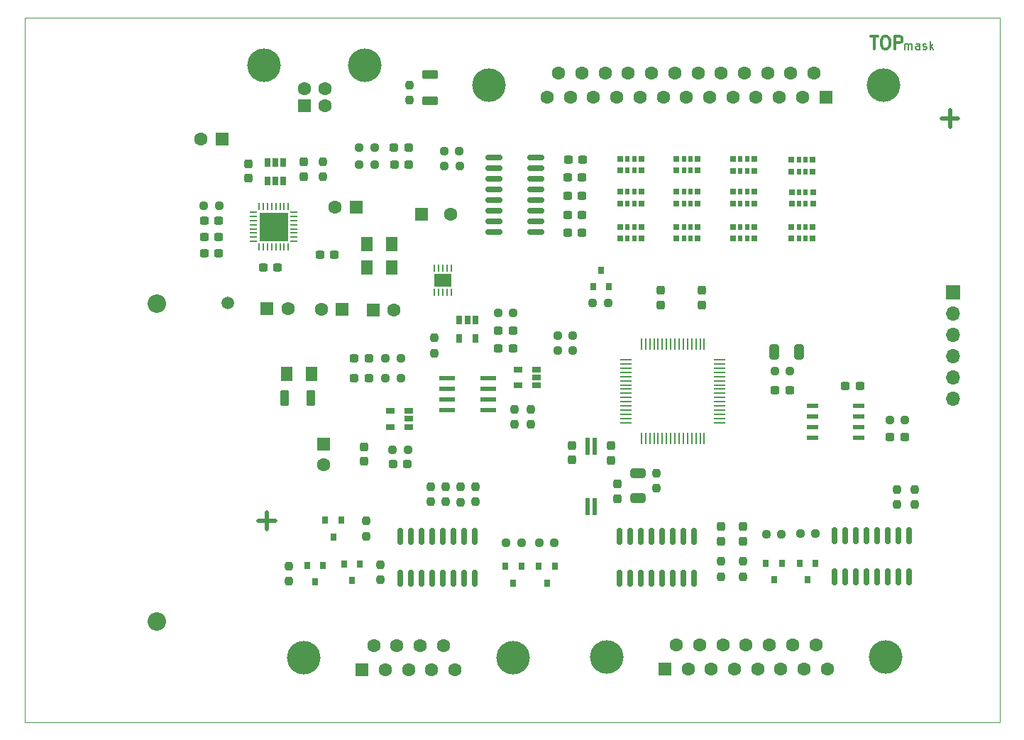
<source format=gbr>
%TF.GenerationSoftware,KiCad,Pcbnew,(6.0.0)*%
%TF.CreationDate,2022-01-24T11:23:06-03:00*%
%TF.ProjectId,HLI-M,484c492d-4d2e-46b6-9963-61645f706362,rev?*%
%TF.SameCoordinates,Original*%
%TF.FileFunction,Soldermask,Top*%
%TF.FilePolarity,Negative*%
%FSLAX46Y46*%
G04 Gerber Fmt 4.6, Leading zero omitted, Abs format (unit mm)*
G04 Created by KiCad (PCBNEW (6.0.0)) date 2022-01-24 11:23:06*
%MOMM*%
%LPD*%
G01*
G04 APERTURE LIST*
G04 Aperture macros list*
%AMRoundRect*
0 Rectangle with rounded corners*
0 $1 Rounding radius*
0 $2 $3 $4 $5 $6 $7 $8 $9 X,Y pos of 4 corners*
0 Add a 4 corners polygon primitive as box body*
4,1,4,$2,$3,$4,$5,$6,$7,$8,$9,$2,$3,0*
0 Add four circle primitives for the rounded corners*
1,1,$1+$1,$2,$3*
1,1,$1+$1,$4,$5*
1,1,$1+$1,$6,$7*
1,1,$1+$1,$8,$9*
0 Add four rect primitives between the rounded corners*
20,1,$1+$1,$2,$3,$4,$5,0*
20,1,$1+$1,$4,$5,$6,$7,0*
20,1,$1+$1,$6,$7,$8,$9,0*
20,1,$1+$1,$8,$9,$2,$3,0*%
G04 Aperture macros list end*
%ADD10C,0.500000*%
%TA.AperFunction,Profile*%
%ADD11C,0.050000*%
%TD*%
%ADD12C,0.150000*%
%ADD13C,0.300000*%
%ADD14RoundRect,0.237500X0.300000X0.237500X-0.300000X0.237500X-0.300000X-0.237500X0.300000X-0.237500X0*%
%ADD15RoundRect,0.237500X-0.300000X-0.237500X0.300000X-0.237500X0.300000X0.237500X-0.300000X0.237500X0*%
%ADD16RoundRect,0.237500X0.237500X-0.300000X0.237500X0.300000X-0.237500X0.300000X-0.237500X-0.300000X0*%
%ADD17RoundRect,0.237500X-0.237500X0.300000X-0.237500X-0.300000X0.237500X-0.300000X0.237500X0.300000X0*%
%ADD18RoundRect,0.250000X-0.325000X-0.650000X0.325000X-0.650000X0.325000X0.650000X-0.325000X0.650000X0*%
%ADD19RoundRect,0.250000X-0.650000X0.325000X-0.650000X-0.325000X0.650000X-0.325000X0.650000X0.325000X0*%
%ADD20R,0.640000X0.700000*%
%ADD21R,0.500000X0.700000*%
%ADD22RoundRect,0.237500X0.287500X0.237500X-0.287500X0.237500X-0.287500X-0.237500X0.287500X-0.237500X0*%
%ADD23RoundRect,0.250001X-0.462499X-0.624999X0.462499X-0.624999X0.462499X0.624999X-0.462499X0.624999X0*%
%ADD24RoundRect,0.237500X-0.287500X-0.237500X0.287500X-0.237500X0.287500X0.237500X-0.287500X0.237500X0*%
%ADD25RoundRect,0.237500X-0.237500X0.287500X-0.237500X-0.287500X0.237500X-0.287500X0.237500X0.287500X0*%
%ADD26RoundRect,0.250000X0.275000X0.700000X-0.275000X0.700000X-0.275000X-0.700000X0.275000X-0.700000X0*%
%ADD27RoundRect,0.250000X-0.700000X0.275000X-0.700000X-0.275000X0.700000X-0.275000X0.700000X0.275000X0*%
%ADD28C,4.000000*%
%ADD29R,1.600000X1.600000*%
%ADD30C,1.600000*%
%ADD31R,1.700000X1.700000*%
%ADD32O,1.700000X1.700000*%
%ADD33R,0.800000X0.900000*%
%ADD34RoundRect,0.237500X-0.237500X0.250000X-0.237500X-0.250000X0.237500X-0.250000X0.237500X0.250000X0*%
%ADD35RoundRect,0.237500X0.250000X0.237500X-0.250000X0.237500X-0.250000X-0.237500X0.250000X-0.237500X0*%
%ADD36RoundRect,0.237500X-0.250000X-0.237500X0.250000X-0.237500X0.250000X0.237500X-0.250000X0.237500X0*%
%ADD37RoundRect,0.237500X0.237500X-0.250000X0.237500X0.250000X-0.237500X0.250000X-0.237500X-0.250000X0*%
%ADD38R,1.473200X0.279400*%
%ADD39R,0.279400X1.473200*%
%ADD40R,0.650000X1.060000*%
%ADD41RoundRect,0.062500X0.375000X0.062500X-0.375000X0.062500X-0.375000X-0.062500X0.375000X-0.062500X0*%
%ADD42RoundRect,0.062500X0.062500X0.375000X-0.062500X0.375000X-0.062500X-0.375000X0.062500X-0.375000X0*%
%ADD43R,3.450000X3.450000*%
%ADD44R,0.254000X0.812800*%
%ADD45R,2.000000X1.600000*%
%ADD46R,1.460500X0.538480*%
%ADD47R,1.060000X0.650000*%
%ADD48RoundRect,0.150000X-0.150000X0.825000X-0.150000X-0.825000X0.150000X-0.825000X0.150000X0.825000X0*%
%ADD49R,0.600000X2.100000*%
%ADD50R,1.981200X0.560800*%
%ADD51RoundRect,0.150000X0.825000X0.150000X-0.825000X0.150000X-0.825000X-0.150000X0.825000X-0.150000X0*%
%ADD52C,1.500000*%
%ADD53C,2.205000*%
G04 APERTURE END LIST*
D10*
X100000000Y-89500000D02*
X98000000Y-89500000D01*
X180500000Y-40500000D02*
X180500000Y-42500000D01*
X181500000Y-41500000D02*
X179500000Y-41500000D01*
X99000000Y-88500000D02*
X99000000Y-90500000D01*
D11*
X186436000Y-113538000D02*
X186436000Y-29500000D01*
X70104000Y-29500000D02*
X70104000Y-113538000D01*
X186436000Y-29500000D02*
X70104000Y-29500000D01*
X70104000Y-113538000D02*
X186436000Y-113538000D01*
D12*
X175109523Y-33252380D02*
X175109523Y-32585714D01*
X175109523Y-32680952D02*
X175157142Y-32633333D01*
X175252380Y-32585714D01*
X175395238Y-32585714D01*
X175490476Y-32633333D01*
X175538095Y-32728571D01*
X175538095Y-33252380D01*
X175538095Y-32728571D02*
X175585714Y-32633333D01*
X175680952Y-32585714D01*
X175823809Y-32585714D01*
X175919047Y-32633333D01*
X175966666Y-32728571D01*
X175966666Y-33252380D01*
X176871428Y-33252380D02*
X176871428Y-32728571D01*
X176823809Y-32633333D01*
X176728571Y-32585714D01*
X176538095Y-32585714D01*
X176442857Y-32633333D01*
X176871428Y-33204761D02*
X176776190Y-33252380D01*
X176538095Y-33252380D01*
X176442857Y-33204761D01*
X176395238Y-33109523D01*
X176395238Y-33014285D01*
X176442857Y-32919047D01*
X176538095Y-32871428D01*
X176776190Y-32871428D01*
X176871428Y-32823809D01*
X177300000Y-33204761D02*
X177395238Y-33252380D01*
X177585714Y-33252380D01*
X177680952Y-33204761D01*
X177728571Y-33109523D01*
X177728571Y-33061904D01*
X177680952Y-32966666D01*
X177585714Y-32919047D01*
X177442857Y-32919047D01*
X177347619Y-32871428D01*
X177300000Y-32776190D01*
X177300000Y-32728571D01*
X177347619Y-32633333D01*
X177442857Y-32585714D01*
X177585714Y-32585714D01*
X177680952Y-32633333D01*
X178157142Y-33252380D02*
X178157142Y-32252380D01*
X178252380Y-32871428D02*
X178538095Y-33252380D01*
X178538095Y-32585714D02*
X178157142Y-32966666D01*
D13*
X171035714Y-31678571D02*
X171892857Y-31678571D01*
X171464285Y-33178571D02*
X171464285Y-31678571D01*
X172678571Y-31678571D02*
X172964285Y-31678571D01*
X173107142Y-31750000D01*
X173250000Y-31892857D01*
X173321428Y-32178571D01*
X173321428Y-32678571D01*
X173250000Y-32964285D01*
X173107142Y-33107142D01*
X172964285Y-33178571D01*
X172678571Y-33178571D01*
X172535714Y-33107142D01*
X172392857Y-32964285D01*
X172321428Y-32678571D01*
X172321428Y-32178571D01*
X172392857Y-31892857D01*
X172535714Y-31750000D01*
X172678571Y-31678571D01*
X173964285Y-33178571D02*
X173964285Y-31678571D01*
X174535714Y-31678571D01*
X174678571Y-31750000D01*
X174750000Y-31821428D01*
X174821428Y-31964285D01*
X174821428Y-32178571D01*
X174750000Y-32321428D01*
X174678571Y-32392857D01*
X174535714Y-32464285D01*
X173964285Y-32464285D01*
D14*
%TO.C,C3*%
X93255000Y-55626000D03*
X91530000Y-55626000D03*
%TD*%
D15*
%TO.C,C6*%
X91530000Y-53721000D03*
X93255000Y-53721000D03*
%TD*%
D16*
%TO.C,C7*%
X103441000Y-48424000D03*
X103441000Y-46699000D03*
%TD*%
D17*
%TO.C,C11*%
X110617000Y-80671500D03*
X110617000Y-82396500D03*
%TD*%
D15*
%TO.C,C15*%
X126645500Y-66802000D03*
X128370500Y-66802000D03*
%TD*%
%TO.C,C16*%
X126645500Y-68897500D03*
X128370500Y-68897500D03*
%TD*%
%TO.C,C17*%
X173381500Y-79502000D03*
X175106500Y-79502000D03*
%TD*%
%TO.C,C18*%
X168047500Y-73406000D03*
X169772500Y-73406000D03*
%TD*%
%TO.C,C19*%
X159665500Y-73914000D03*
X161390500Y-73914000D03*
%TD*%
D18*
%TO.C,C20*%
X159561000Y-69342000D03*
X162511000Y-69342000D03*
%TD*%
D16*
%TO.C,C21*%
X150914100Y-63740200D03*
X150914100Y-62015200D03*
%TD*%
%TO.C,C22*%
X146024600Y-63727500D03*
X146024600Y-62002500D03*
%TD*%
D19*
%TO.C,C24*%
X143256000Y-83869000D03*
X143256000Y-86819000D03*
%TD*%
D17*
%TO.C,C25*%
X135394700Y-80531800D03*
X135394700Y-82256800D03*
%TD*%
%TO.C,C26*%
X140030700Y-80569900D03*
X140030700Y-82294900D03*
%TD*%
D20*
%TO.C,CA1*%
X164167000Y-50277800D03*
D21*
X163297000Y-50277800D03*
X162497000Y-50277800D03*
D20*
X161627000Y-50277800D03*
X161627000Y-51677800D03*
D21*
X162497000Y-51677800D03*
X163297000Y-51677800D03*
D20*
X164167000Y-51677800D03*
%TD*%
%TO.C,CA3*%
X143700000Y-50227000D03*
D21*
X142830000Y-50227000D03*
X142030000Y-50227000D03*
D20*
X141160000Y-50227000D03*
X141160000Y-51627000D03*
D21*
X142030000Y-51627000D03*
X142830000Y-51627000D03*
D20*
X143700000Y-51627000D03*
%TD*%
D22*
%TO.C,DLED2*%
X115939500Y-44950000D03*
X114189500Y-44950000D03*
%TD*%
D23*
%TO.C,D4*%
X110907500Y-56515000D03*
X113882500Y-56515000D03*
%TD*%
%TO.C,D5*%
X110907500Y-59245500D03*
X113882500Y-59245500D03*
%TD*%
D24*
%TO.C,DLED6*%
X109450000Y-72500000D03*
X111200000Y-72500000D03*
%TD*%
D23*
%TO.C,D8*%
X101350000Y-72000000D03*
X104325000Y-72000000D03*
%TD*%
D25*
%TO.C,DLED9*%
X153162000Y-90184000D03*
X153162000Y-91934000D03*
%TD*%
%TO.C,DLED10*%
X155829000Y-90184000D03*
X155829000Y-91934000D03*
%TD*%
D26*
%TO.C,FT1*%
X104285500Y-74857500D03*
X101135500Y-74857500D03*
%TD*%
D27*
%TO.C,FT2*%
X118500000Y-36225000D03*
X118500000Y-39375000D03*
%TD*%
D28*
%TO.C,CON4*%
X172610800Y-37518200D03*
X125510800Y-37518200D03*
D29*
X165680800Y-38938200D03*
D30*
X162910800Y-38938200D03*
X160140800Y-38938200D03*
X157370800Y-38938200D03*
X154600800Y-38938200D03*
X151830800Y-38938200D03*
X149060800Y-38938200D03*
X146290800Y-38938200D03*
X143520800Y-38938200D03*
X140750800Y-38938200D03*
X137980800Y-38938200D03*
X135210800Y-38938200D03*
X132440800Y-38938200D03*
X164295800Y-36098200D03*
X161525800Y-36098200D03*
X158755800Y-36098200D03*
X155985800Y-36098200D03*
X153215800Y-36098200D03*
X150445800Y-36098200D03*
X147675800Y-36098200D03*
X144905800Y-36098200D03*
X142135800Y-36098200D03*
X139365800Y-36098200D03*
X136595800Y-36098200D03*
X133825800Y-36098200D03*
%TD*%
D31*
%TO.C,CON6*%
X180848000Y-62230000D03*
D32*
X180848000Y-64770000D03*
X180848000Y-67310000D03*
X180848000Y-69850000D03*
X180848000Y-72390000D03*
X180848000Y-74930000D03*
%TD*%
D33*
%TO.C,Q1*%
X137927000Y-61579000D03*
X139827000Y-61579000D03*
X138877000Y-59579000D03*
%TD*%
%TO.C,Q5*%
X107884000Y-89424000D03*
X105984000Y-89424000D03*
X106934000Y-91424000D03*
%TD*%
%TO.C,Q6*%
X110106000Y-94631000D03*
X108206000Y-94631000D03*
X109156000Y-96631000D03*
%TD*%
%TO.C,Q8*%
X129374400Y-94935800D03*
X127474400Y-94935800D03*
X128424400Y-96935800D03*
%TD*%
D34*
%TO.C,R2*%
X105664000Y-46649000D03*
X105664000Y-48474000D03*
%TD*%
D35*
%TO.C,R4*%
X111850000Y-44950000D03*
X110025000Y-44950000D03*
%TD*%
D36*
%TO.C,R5*%
X114022500Y-81026000D03*
X115847500Y-81026000D03*
%TD*%
D37*
%TO.C,R6*%
X118999000Y-69516000D03*
X118999000Y-67691000D03*
%TD*%
D36*
%TO.C,R7*%
X126595500Y-64706500D03*
X128420500Y-64706500D03*
%TD*%
%TO.C,R8*%
X113146300Y-72500000D03*
X114971300Y-72500000D03*
%TD*%
D35*
%TO.C,R9*%
X114984500Y-70150000D03*
X113159500Y-70150000D03*
%TD*%
%TO.C,R16*%
X175156500Y-77470000D03*
X173331500Y-77470000D03*
%TD*%
D34*
%TO.C,R17*%
X118554000Y-85424000D03*
X118554000Y-87249000D03*
%TD*%
%TO.C,R18*%
X120332000Y-85424000D03*
X120332000Y-87249000D03*
%TD*%
%TO.C,R19*%
X122110000Y-85447500D03*
X122110000Y-87272500D03*
%TD*%
%TO.C,R20*%
X123888000Y-85424000D03*
X123888000Y-87249000D03*
%TD*%
D36*
%TO.C,R23*%
X159615500Y-71628000D03*
X161440500Y-71628000D03*
%TD*%
D37*
%TO.C,R24*%
X145478500Y-85621500D03*
X145478500Y-83796500D03*
%TD*%
%TO.C,R10*%
X153162000Y-96162500D03*
X153162000Y-94337500D03*
%TD*%
%TO.C,R11*%
X155829000Y-96162500D03*
X155829000Y-94337500D03*
%TD*%
D35*
%TO.C,R12*%
X135532500Y-67373500D03*
X133707500Y-67373500D03*
%TD*%
D36*
%TO.C,R13*%
X133707500Y-69215000D03*
X135532500Y-69215000D03*
%TD*%
%TO.C,R26*%
X137898500Y-63500000D03*
X139723500Y-63500000D03*
%TD*%
%TO.C,R30*%
X127573900Y-92125800D03*
X129398900Y-92125800D03*
%TD*%
D34*
%TO.C,R31*%
X110871000Y-89511500D03*
X110871000Y-91336500D03*
%TD*%
D20*
%TO.C,RN1*%
X164148000Y-46417000D03*
D21*
X163278000Y-46417000D03*
X162478000Y-46417000D03*
D20*
X161608000Y-46417000D03*
X161608000Y-47817000D03*
D21*
X162478000Y-47817000D03*
X163278000Y-47817000D03*
D20*
X164148000Y-47817000D03*
%TD*%
%TO.C,RN2*%
X150432000Y-46290000D03*
D21*
X149562000Y-46290000D03*
X148762000Y-46290000D03*
D20*
X147892000Y-46290000D03*
X147892000Y-47690000D03*
D21*
X148762000Y-47690000D03*
X149562000Y-47690000D03*
D20*
X150432000Y-47690000D03*
%TD*%
%TO.C,RN3*%
X143700000Y-46290000D03*
D21*
X142830000Y-46290000D03*
X142030000Y-46290000D03*
D20*
X141160000Y-46290000D03*
X141160000Y-47690000D03*
D21*
X142030000Y-47690000D03*
X142830000Y-47690000D03*
D20*
X143700000Y-47690000D03*
%TD*%
%TO.C,RN5*%
X164148000Y-54418000D03*
D21*
X163278000Y-54418000D03*
X162478000Y-54418000D03*
D20*
X161608000Y-54418000D03*
X161608000Y-55818000D03*
D21*
X162478000Y-55818000D03*
X163278000Y-55818000D03*
D20*
X164148000Y-55818000D03*
%TD*%
%TO.C,RN6*%
X150432000Y-54418000D03*
D21*
X149562000Y-54418000D03*
X148762000Y-54418000D03*
D20*
X147892000Y-54418000D03*
X147892000Y-55818000D03*
D21*
X148762000Y-55818000D03*
X149562000Y-55818000D03*
D20*
X150432000Y-55818000D03*
%TD*%
%TO.C,RN7*%
X143700000Y-54418000D03*
D21*
X142830000Y-54418000D03*
X142030000Y-54418000D03*
D20*
X141160000Y-54418000D03*
X141160000Y-55818000D03*
D21*
X142030000Y-55818000D03*
X142830000Y-55818000D03*
D20*
X143700000Y-55818000D03*
%TD*%
D38*
%TO.C,U1*%
X153060400Y-77791000D03*
X153060400Y-77291001D03*
X153060400Y-76791000D03*
X153060400Y-76291001D03*
X153060400Y-75790999D03*
X153060400Y-75291000D03*
X153060400Y-74791001D03*
X153060400Y-74291000D03*
X153060400Y-73791000D03*
X153060400Y-73290999D03*
X153060400Y-72791000D03*
X153060400Y-72291001D03*
X153060400Y-71790999D03*
X153060400Y-71291000D03*
X153060400Y-70790999D03*
X153060400Y-70291000D03*
D39*
X151197000Y-68427600D03*
X150697001Y-68427600D03*
X150197000Y-68427600D03*
X149697001Y-68427600D03*
X149196999Y-68427600D03*
X148697000Y-68427600D03*
X148197001Y-68427600D03*
X147697000Y-68427600D03*
X147197000Y-68427600D03*
X146696999Y-68427600D03*
X146197000Y-68427600D03*
X145697001Y-68427600D03*
X145196999Y-68427600D03*
X144697000Y-68427600D03*
X144196999Y-68427600D03*
X143697000Y-68427600D03*
D38*
X141833600Y-70291000D03*
X141833600Y-70790999D03*
X141833600Y-71291000D03*
X141833600Y-71790999D03*
X141833600Y-72291001D03*
X141833600Y-72791000D03*
X141833600Y-73290999D03*
X141833600Y-73791000D03*
X141833600Y-74291000D03*
X141833600Y-74791001D03*
X141833600Y-75291000D03*
X141833600Y-75790999D03*
X141833600Y-76291001D03*
X141833600Y-76791000D03*
X141833600Y-77291001D03*
X141833600Y-77791000D03*
D39*
X143697000Y-79654400D03*
X144196999Y-79654400D03*
X144697000Y-79654400D03*
X145196999Y-79654400D03*
X145697001Y-79654400D03*
X146197000Y-79654400D03*
X146696999Y-79654400D03*
X147197000Y-79654400D03*
X147697000Y-79654400D03*
X148197001Y-79654400D03*
X148697000Y-79654400D03*
X149196999Y-79654400D03*
X149697001Y-79654400D03*
X150197000Y-79654400D03*
X150697001Y-79654400D03*
X151197000Y-79654400D03*
%TD*%
D40*
%TO.C,U2*%
X100962500Y-46715500D03*
X100012500Y-46715500D03*
X99062500Y-46715500D03*
X99062500Y-48915500D03*
X100012500Y-48915500D03*
X100962500Y-48915500D03*
%TD*%
D41*
%TO.C,U3*%
X102259500Y-56169500D03*
X102259500Y-55669500D03*
X102259500Y-55169500D03*
X102259500Y-54669500D03*
X102259500Y-54169500D03*
X102259500Y-53669500D03*
X102259500Y-53169500D03*
X102259500Y-52669500D03*
D42*
X101572000Y-51982000D03*
X101072000Y-51982000D03*
X100572000Y-51982000D03*
X100072000Y-51982000D03*
X99572000Y-51982000D03*
X99072000Y-51982000D03*
X98572000Y-51982000D03*
X98072000Y-51982000D03*
D41*
X97384500Y-52669500D03*
X97384500Y-53169500D03*
X97384500Y-53669500D03*
X97384500Y-54169500D03*
X97384500Y-54669500D03*
X97384500Y-55169500D03*
X97384500Y-55669500D03*
X97384500Y-56169500D03*
D42*
X98072000Y-56857000D03*
X98572000Y-56857000D03*
X99072000Y-56857000D03*
X99572000Y-56857000D03*
X100072000Y-56857000D03*
X100572000Y-56857000D03*
X101072000Y-56857000D03*
X101572000Y-56857000D03*
D43*
X99822000Y-54419500D03*
%TD*%
D44*
%TO.C,U5*%
X121015001Y-59385200D03*
X120514999Y-59385200D03*
X120015000Y-59385200D03*
X119515001Y-59385200D03*
X119014999Y-59385200D03*
X119014999Y-62280800D03*
X119515001Y-62280800D03*
X120015000Y-62280800D03*
X120514999Y-62280800D03*
X121015001Y-62280800D03*
D45*
X120015000Y-60833000D03*
%TD*%
D40*
%TO.C,U6*%
X123886000Y-65575000D03*
X122936000Y-65575000D03*
X121986000Y-65575000D03*
X121986000Y-67775000D03*
X123886000Y-67775000D03*
%TD*%
D46*
%TO.C,U7*%
X169602150Y-79629000D03*
X169602150Y-78359000D03*
X169602150Y-77089000D03*
X169602150Y-75819000D03*
X164153850Y-75819000D03*
X164153850Y-77089000D03*
X164153850Y-78359000D03*
X164153850Y-79629000D03*
%TD*%
D47*
%TO.C,U9*%
X131148000Y-73340000D03*
X131148000Y-72390000D03*
X131148000Y-71440000D03*
X128948000Y-71440000D03*
X128948000Y-73340000D03*
%TD*%
D48*
%TO.C,U12*%
X175641000Y-91251000D03*
X174371000Y-91251000D03*
X173101000Y-91251000D03*
X171831000Y-91251000D03*
X170561000Y-91251000D03*
X169291000Y-91251000D03*
X168021000Y-91251000D03*
X166751000Y-91251000D03*
X166751000Y-96201000D03*
X168021000Y-96201000D03*
X169291000Y-96201000D03*
X170561000Y-96201000D03*
X171831000Y-96201000D03*
X173101000Y-96201000D03*
X174371000Y-96201000D03*
X175641000Y-96201000D03*
%TD*%
%TO.C,U13*%
X149987000Y-91378000D03*
X148717000Y-91378000D03*
X147447000Y-91378000D03*
X146177000Y-91378000D03*
X144907000Y-91378000D03*
X143637000Y-91378000D03*
X142367000Y-91378000D03*
X141097000Y-91378000D03*
X141097000Y-96328000D03*
X142367000Y-96328000D03*
X143637000Y-96328000D03*
X144907000Y-96328000D03*
X146177000Y-96328000D03*
X147447000Y-96328000D03*
X148717000Y-96328000D03*
X149987000Y-96328000D03*
%TD*%
%TO.C,U14*%
X123825000Y-91378000D03*
X122555000Y-91378000D03*
X121285000Y-91378000D03*
X120015000Y-91378000D03*
X118745000Y-91378000D03*
X117475000Y-91378000D03*
X116205000Y-91378000D03*
X114935000Y-91378000D03*
X114935000Y-96328000D03*
X116205000Y-96328000D03*
X117475000Y-96328000D03*
X118745000Y-96328000D03*
X120015000Y-96328000D03*
X121285000Y-96328000D03*
X122555000Y-96328000D03*
X123825000Y-96328000D03*
%TD*%
D49*
%TO.C,Y1*%
X137230700Y-80588300D03*
X137230700Y-87788300D03*
X138130700Y-87788300D03*
X138130700Y-80588300D03*
%TD*%
D37*
%TO.C,R32*%
X112522000Y-96543500D03*
X112522000Y-94718500D03*
%TD*%
D36*
%TO.C,R29*%
X131509900Y-92125800D03*
X133334900Y-92125800D03*
%TD*%
D33*
%TO.C,Q7*%
X133372400Y-94935800D03*
X131472400Y-94935800D03*
X132422400Y-96935800D03*
%TD*%
%TO.C,Q4*%
X160462000Y-94567500D03*
X158562000Y-94567500D03*
X159512000Y-96567500D03*
%TD*%
D36*
%TO.C,R34*%
X158600000Y-91100000D03*
X160425000Y-91100000D03*
%TD*%
%TO.C,R33*%
X162663500Y-91059000D03*
X164488500Y-91059000D03*
%TD*%
D33*
%TO.C,Q3*%
X164462000Y-94567500D03*
X162562000Y-94567500D03*
X163512000Y-96567500D03*
%TD*%
D34*
%TO.C,R21*%
X174180000Y-85765000D03*
X174180000Y-87590000D03*
%TD*%
D50*
%TO.C,U10*%
X120471001Y-72517000D03*
X120471001Y-73787000D03*
X120471001Y-75057000D03*
X120471001Y-76327000D03*
X125400999Y-76327000D03*
X125400999Y-75057000D03*
X125400999Y-73787000D03*
X125400999Y-72517000D03*
%TD*%
D37*
%TO.C,R14*%
X130492500Y-78027500D03*
X130492500Y-76202500D03*
%TD*%
%TO.C,R15*%
X128587500Y-78001500D03*
X128587500Y-76176500D03*
%TD*%
D28*
%TO.C,CON5*%
X128403000Y-105832000D03*
X103403000Y-105832000D03*
D29*
X110363000Y-107252000D03*
D30*
X113133000Y-107252000D03*
X115903000Y-107252000D03*
X118673000Y-107252000D03*
X121443000Y-107252000D03*
X111748000Y-104412000D03*
X114518000Y-104412000D03*
X117288000Y-104412000D03*
X120058000Y-104412000D03*
%TD*%
D14*
%TO.C,C1*%
X93255000Y-57594500D03*
X91530000Y-57594500D03*
%TD*%
D22*
%TO.C,DLED1*%
X115952000Y-47000000D03*
X114202000Y-47000000D03*
%TD*%
D35*
%TO.C,R3*%
X111862500Y-47000000D03*
X110037500Y-47000000D03*
%TD*%
D15*
%TO.C,C4*%
X98578500Y-59309000D03*
X100303500Y-59309000D03*
%TD*%
%TO.C,C9*%
X105350000Y-57750000D03*
X107075000Y-57750000D03*
%TD*%
D47*
%TO.C,U4*%
X115908000Y-78293000D03*
X115908000Y-77343000D03*
X115908000Y-76393000D03*
X113708000Y-76393000D03*
X113708000Y-78293000D03*
%TD*%
D17*
%TO.C,C23*%
X140843000Y-86841500D03*
X140843000Y-85116500D03*
%TD*%
D51*
%TO.C,U8*%
X131074850Y-55035150D03*
X131074850Y-53765150D03*
X131074850Y-52495150D03*
X131074850Y-51225150D03*
X131074850Y-49955150D03*
X131074850Y-48685150D03*
X131074850Y-47415150D03*
X131074850Y-46145150D03*
X126124850Y-46145150D03*
X126124850Y-47415150D03*
X126124850Y-48685150D03*
X126124850Y-49955150D03*
X126124850Y-51225150D03*
X126124850Y-52495150D03*
X126124850Y-53765150D03*
X126124850Y-55035150D03*
%TD*%
D15*
%TO.C,C27*%
X134912350Y-50691750D03*
X136637350Y-50691750D03*
%TD*%
%TO.C,C30*%
X134912350Y-52977750D03*
X136637350Y-52977750D03*
%TD*%
%TO.C,C31*%
X134975350Y-46373750D03*
X136700350Y-46373750D03*
%TD*%
D36*
%TO.C,R28*%
X120187500Y-47146000D03*
X122012500Y-47146000D03*
%TD*%
D15*
%TO.C,C28*%
X134912350Y-55136750D03*
X136637350Y-55136750D03*
%TD*%
D14*
%TO.C,C29*%
X136637350Y-48532750D03*
X134912350Y-48532750D03*
%TD*%
D36*
%TO.C,R27*%
X120137500Y-45400000D03*
X121962500Y-45400000D03*
%TD*%
D24*
%TO.C,DLED7*%
X109450000Y-70150000D03*
X111200000Y-70150000D03*
%TD*%
D37*
%TO.C,L1*%
X116050000Y-39312500D03*
X116050000Y-37487500D03*
%TD*%
D34*
%TO.C,R22*%
X176276000Y-85765000D03*
X176276000Y-87590000D03*
%TD*%
D20*
%TO.C,CA4*%
X157162000Y-50227000D03*
D21*
X156292000Y-50227000D03*
X155492000Y-50227000D03*
D20*
X154622000Y-50227000D03*
X154622000Y-51627000D03*
D21*
X155492000Y-51627000D03*
X156292000Y-51627000D03*
D20*
X157162000Y-51627000D03*
%TD*%
%TO.C,RN4*%
X157182000Y-46352000D03*
D21*
X156312000Y-46352000D03*
X155512000Y-46352000D03*
D20*
X154642000Y-46352000D03*
X154642000Y-47752000D03*
D21*
X155512000Y-47752000D03*
X156312000Y-47752000D03*
D20*
X157182000Y-47752000D03*
%TD*%
%TO.C,RN8*%
X157162000Y-54418000D03*
D21*
X156292000Y-54418000D03*
X155492000Y-54418000D03*
D20*
X154622000Y-54418000D03*
X154622000Y-55818000D03*
D21*
X155492000Y-55818000D03*
X156292000Y-55818000D03*
D20*
X157162000Y-55818000D03*
%TD*%
D35*
%TO.C,R1*%
X93305000Y-51879500D03*
X91480000Y-51879500D03*
%TD*%
D25*
%TO.C,L2*%
X96774000Y-46877000D03*
X96774000Y-48627000D03*
%TD*%
D29*
%TO.C,CON1*%
X103454200Y-39966900D03*
D30*
X105954200Y-39966900D03*
X105954200Y-37966900D03*
X103454200Y-37966900D03*
D28*
X110704200Y-35106900D03*
X98704200Y-35106900D03*
%TD*%
D33*
%TO.C,Q2*%
X105725000Y-94821500D03*
X103825000Y-94821500D03*
X104775000Y-96821500D03*
%TD*%
D28*
%TO.C,CON3*%
X139539000Y-105768000D03*
X172839000Y-105768000D03*
D29*
X146494000Y-107188000D03*
D30*
X149264000Y-107188000D03*
X152034000Y-107188000D03*
X154804000Y-107188000D03*
X157574000Y-107188000D03*
X160344000Y-107188000D03*
X163114000Y-107188000D03*
X165884000Y-107188000D03*
X147879000Y-104348000D03*
X150649000Y-104348000D03*
X153419000Y-104348000D03*
X156189000Y-104348000D03*
X158959000Y-104348000D03*
X161729000Y-104348000D03*
X164499000Y-104348000D03*
%TD*%
D29*
%TO.C,C2*%
X108005113Y-64250000D03*
D30*
X105505113Y-64250000D03*
%TD*%
D29*
%TO.C,C5*%
X93662500Y-43916600D03*
D30*
X91162500Y-43916600D03*
%TD*%
D29*
%TO.C,C8*%
X99044888Y-64150000D03*
D30*
X101544888Y-64150000D03*
%TD*%
D29*
%TO.C,C10*%
X105750000Y-80344888D03*
D30*
X105750000Y-82844888D03*
%TD*%
D29*
%TO.C,C12*%
X109650000Y-52050000D03*
D30*
X107150000Y-52050000D03*
%TD*%
D29*
%TO.C,C13*%
X111694888Y-64350000D03*
D30*
X114194888Y-64350000D03*
%TD*%
D29*
%TO.C,C14*%
X117447349Y-52900000D03*
D30*
X120947349Y-52900000D03*
%TD*%
D20*
%TO.C,CA2*%
X150432000Y-50227000D03*
D21*
X149562000Y-50227000D03*
X148762000Y-50227000D03*
D20*
X147892000Y-50227000D03*
X147892000Y-51627000D03*
D21*
X148762000Y-51627000D03*
X149562000Y-51627000D03*
D20*
X150432000Y-51627000D03*
%TD*%
D52*
%TO.C,BT1*%
X94352000Y-63550000D03*
D53*
X85852000Y-101535000D03*
X85852000Y-63565000D03*
%TD*%
D24*
%TO.C,DLED3*%
X114047300Y-82753200D03*
X115797300Y-82753200D03*
%TD*%
D34*
%TO.C,R25*%
X101638100Y-94909000D03*
X101638100Y-96734000D03*
%TD*%
M02*

</source>
